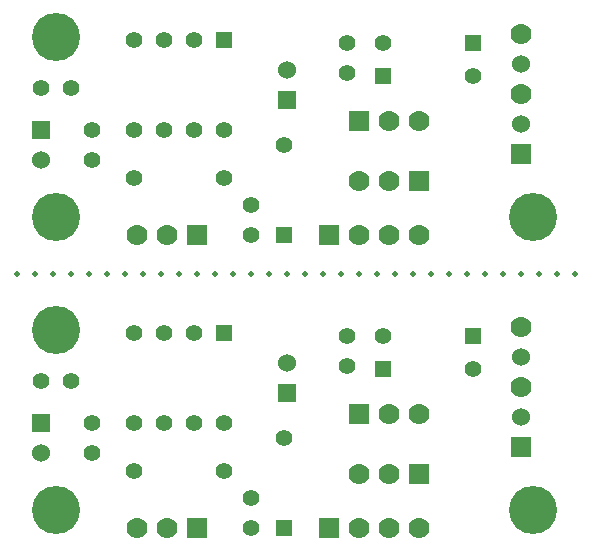
<source format=gbs>
G04 (created by PCBNEW (2013-june-11)-stable) date Wed 22 Oct 2014 09:51:14 PM EDT*
%MOIN*%
G04 Gerber Fmt 3.4, Leading zero omitted, Abs format*
%FSLAX34Y34*%
G01*
G70*
G90*
G04 APERTURE LIST*
%ADD10C,0.00590551*%
%ADD11R,0.07X0.07*%
%ADD12C,0.07*%
%ADD13C,0.06*%
%ADD14C,0.02*%
%ADD15R,0.055X0.055*%
%ADD16C,0.055*%
%ADD17C,0.16*%
%ADD18R,0.06X0.06*%
G04 APERTURE END LIST*
G54D10*
G54D11*
X21800Y-14500D03*
G54D12*
X20800Y-14500D03*
X19800Y-14500D03*
X20800Y-12500D03*
X21800Y-12500D03*
G54D11*
X19800Y-12500D03*
X18800Y-16300D03*
G54D12*
X19800Y-16300D03*
X20800Y-16300D03*
X21800Y-16300D03*
X25200Y-11600D03*
G54D11*
X25200Y-13600D03*
G54D12*
X25200Y-9600D03*
G54D13*
X25200Y-12600D03*
X25200Y-10600D03*
G54D11*
X14400Y-16300D03*
G54D12*
X12400Y-16300D03*
X13400Y-16300D03*
G54D14*
X18000Y-17600D03*
X18600Y-17600D03*
X19800Y-17600D03*
X19200Y-17600D03*
X21600Y-17600D03*
X22200Y-17600D03*
X21000Y-17600D03*
X20400Y-17600D03*
X25200Y-17600D03*
X25800Y-17600D03*
X27000Y-17600D03*
X26400Y-17600D03*
X24000Y-17600D03*
X24600Y-17600D03*
X23400Y-17600D03*
X22800Y-17600D03*
X13200Y-17600D03*
X13800Y-17600D03*
X15000Y-17600D03*
X14400Y-17600D03*
X16800Y-17600D03*
X17400Y-17600D03*
X16200Y-17600D03*
X15600Y-17600D03*
X10800Y-17600D03*
X11400Y-17600D03*
X12600Y-17600D03*
X12000Y-17600D03*
X9600Y-17600D03*
X10200Y-17600D03*
X9000Y-17600D03*
X8400Y-17600D03*
G54D15*
X15300Y-9800D03*
G54D16*
X14300Y-9800D03*
X13300Y-9800D03*
X12300Y-9800D03*
X12300Y-12800D03*
X13300Y-12800D03*
X14300Y-12800D03*
X15300Y-12800D03*
G54D15*
X23600Y-9900D03*
G54D16*
X20600Y-9900D03*
G54D15*
X20600Y-11000D03*
G54D16*
X23600Y-11000D03*
X10900Y-13800D03*
X10900Y-12800D03*
X19400Y-9900D03*
X19400Y-10900D03*
X12300Y-14400D03*
X15300Y-14400D03*
G54D15*
X17300Y-16300D03*
G54D16*
X17300Y-13300D03*
X9200Y-11400D03*
X10200Y-11400D03*
G54D17*
X9700Y-9700D03*
G54D18*
X9200Y-12800D03*
G54D13*
X9200Y-13800D03*
G54D17*
X25600Y-15700D03*
X9700Y-15700D03*
G54D18*
X17400Y-11800D03*
G54D13*
X17400Y-10800D03*
G54D16*
X16200Y-15300D03*
X16200Y-16300D03*
G54D11*
X21800Y-24283D03*
G54D12*
X20800Y-24283D03*
X19800Y-24283D03*
X20800Y-22283D03*
X21800Y-22283D03*
G54D11*
X19800Y-22283D03*
X18800Y-26083D03*
G54D12*
X19800Y-26083D03*
X20800Y-26083D03*
X21800Y-26083D03*
X25200Y-21383D03*
G54D11*
X25200Y-23383D03*
G54D12*
X25200Y-19383D03*
G54D13*
X25200Y-22383D03*
X25200Y-20383D03*
G54D11*
X14400Y-26083D03*
G54D12*
X12400Y-26083D03*
X13400Y-26083D03*
G54D15*
X15300Y-19583D03*
G54D16*
X14300Y-19583D03*
X13300Y-19583D03*
X12300Y-19583D03*
X12300Y-22583D03*
X13300Y-22583D03*
X14300Y-22583D03*
X15300Y-22583D03*
G54D15*
X23600Y-19683D03*
G54D16*
X20600Y-19683D03*
G54D15*
X20600Y-20783D03*
G54D16*
X23600Y-20783D03*
X10900Y-23583D03*
X10900Y-22583D03*
X19400Y-19683D03*
X19400Y-20683D03*
X12300Y-24183D03*
X15300Y-24183D03*
G54D15*
X17300Y-26083D03*
G54D16*
X17300Y-23083D03*
X9200Y-21183D03*
X10200Y-21183D03*
G54D17*
X9700Y-19483D03*
G54D18*
X9200Y-22583D03*
G54D13*
X9200Y-23583D03*
G54D17*
X25600Y-25483D03*
X9700Y-25483D03*
G54D18*
X17400Y-21583D03*
G54D13*
X17400Y-20583D03*
G54D16*
X16200Y-25083D03*
X16200Y-26083D03*
M02*

</source>
